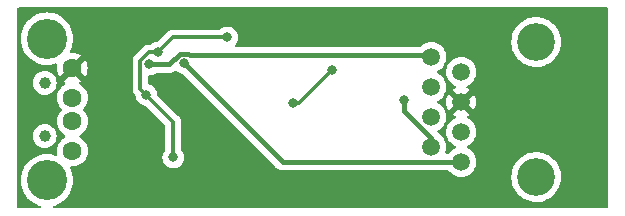
<source format=gbr>
%TF.GenerationSoftware,KiCad,Pcbnew,(6.0.4)*%
%TF.CreationDate,2023-01-25T11:34:55+09:00*%
%TF.ProjectId,naraetracker-usb-convertor,6e617261-6574-4726-9163-6b65722d7573,rev?*%
%TF.SameCoordinates,Original*%
%TF.FileFunction,Copper,L2,Bot*%
%TF.FilePolarity,Positive*%
%FSLAX46Y46*%
G04 Gerber Fmt 4.6, Leading zero omitted, Abs format (unit mm)*
G04 Created by KiCad (PCBNEW (6.0.4)) date 2023-01-25 11:34:55*
%MOMM*%
%LPD*%
G01*
G04 APERTURE LIST*
%TA.AperFunction,ComponentPad*%
%ADD10C,3.200000*%
%TD*%
%TA.AperFunction,ComponentPad*%
%ADD11C,1.520000*%
%TD*%
%TA.AperFunction,ComponentPad*%
%ADD12C,1.000000*%
%TD*%
%TA.AperFunction,ComponentPad*%
%ADD13C,1.600000*%
%TD*%
%TA.AperFunction,ComponentPad*%
%ADD14C,3.400000*%
%TD*%
%TA.AperFunction,ViaPad*%
%ADD15C,0.800000*%
%TD*%
%TA.AperFunction,Conductor*%
%ADD16C,0.300000*%
%TD*%
%TA.AperFunction,Conductor*%
%ADD17C,0.400000*%
%TD*%
G04 APERTURE END LIST*
D10*
%TO.P,RJ1,*%
%TO.N,*%
X146812000Y-94620000D03*
X146812000Y-83190000D03*
D11*
%TO.P,RJ1,1,1*%
%TO.N,/TX*%
X140462000Y-93340000D03*
%TO.P,RJ1,2,2*%
%TO.N,/RST*%
X137922000Y-92070000D03*
%TO.P,RJ1,3,3*%
%TO.N,+3V3*%
X140462000Y-90800000D03*
%TO.P,RJ1,4,4*%
%TO.N,unconnected-(RJ1-Pad4)*%
X137922000Y-89530000D03*
%TO.P,RJ1,5,5*%
%TO.N,GND*%
X140462000Y-88270000D03*
%TO.P,RJ1,6,6*%
%TO.N,unconnected-(RJ1-Pad6)*%
X137922000Y-87000000D03*
%TO.P,RJ1,7,7*%
%TO.N,/IO0*%
X140462000Y-85720000D03*
%TO.P,RJ1,8,8*%
%TO.N,/RX*%
X137922000Y-84460000D03*
%TD*%
D12*
%TO.P,USB1,*%
%TO.N,*%
X105191000Y-91150000D03*
X105191000Y-86650000D03*
D13*
%TO.P,USB1,1,VCC*%
%TO.N,VBUS*%
X107541000Y-92400000D03*
%TO.P,USB1,2,D-*%
%TO.N,/DM*%
X107541000Y-89900000D03*
%TO.P,USB1,3,D+*%
%TO.N,/DP*%
X107541000Y-87900000D03*
%TO.P,USB1,4,GND*%
%TO.N,GND*%
X107521000Y-85400000D03*
D14*
%TO.P,USB1,MH1,MH1*%
%TO.N,unconnected-(USB1-PadMH1)*%
X105381000Y-94900000D03*
%TO.P,USB1,MH2,MH2*%
%TO.N,unconnected-(USB1-PadMH2)*%
X105381000Y-82900000D03*
%TD*%
D15*
%TO.N,GND*%
X117348000Y-90678000D03*
X116078000Y-87376000D03*
X121412000Y-80772000D03*
X108204000Y-83058000D03*
%TO.N,+3V3*%
X116078000Y-92964000D03*
X120650000Y-82804000D03*
X114808000Y-84074000D03*
X113792000Y-87657020D03*
%TO.N,Net-(Q1-Pad2)*%
X126238000Y-88392000D03*
X129540000Y-85598000D03*
%TO.N,/RST*%
X135636000Y-88138000D03*
%TO.N,/TX*%
X116965000Y-84965000D03*
%TO.N,/RX*%
X114046000Y-85090000D03*
%TD*%
D16*
%TO.N,+3V3*%
X114002030Y-84074000D02*
X114808000Y-84074000D01*
X114808000Y-84074000D02*
X116078000Y-82804000D01*
X113792000Y-87657020D02*
X116078000Y-89943020D01*
X116078000Y-89943020D02*
X116078000Y-92964000D01*
X113792000Y-87657020D02*
X113296489Y-87161509D01*
X113296489Y-87161509D02*
X113296489Y-84779541D01*
X113296489Y-84779541D02*
X114002030Y-84074000D01*
X116078000Y-82804000D02*
X120650000Y-82804000D01*
%TO.N,Net-(Q1-Pad2)*%
X129540000Y-85598000D02*
X126746000Y-88392000D01*
X126746000Y-88392000D02*
X126238000Y-88392000D01*
D17*
%TO.N,/RST*%
X135636000Y-89022000D02*
X137922000Y-91308000D01*
X135636000Y-88138000D02*
X135636000Y-89022000D01*
%TO.N,/TX*%
X116965000Y-84965000D02*
X125340000Y-93340000D01*
X125340000Y-93340000D02*
X140462000Y-93340000D01*
%TO.N,/RX*%
X114046000Y-85090000D02*
X115709320Y-85090000D01*
X117458680Y-84328000D02*
X137790000Y-84328000D01*
X137790000Y-84328000D02*
X137922000Y-84460000D01*
X116633831Y-84165489D02*
X117296169Y-84165489D01*
X115709320Y-85090000D02*
X116633831Y-84165489D01*
X117296169Y-84165489D02*
X117458680Y-84328000D01*
%TD*%
%TA.AperFunction,Conductor*%
%TO.N,GND*%
G36*
X152849621Y-80284502D02*
G01*
X152896114Y-80338158D01*
X152907500Y-80390500D01*
X152907500Y-97155500D01*
X152887498Y-97223621D01*
X152833842Y-97270114D01*
X152781500Y-97281500D01*
X105999155Y-97281500D01*
X105931034Y-97261498D01*
X105884541Y-97207842D01*
X105874437Y-97137568D01*
X105903931Y-97072988D01*
X105958654Y-97036187D01*
X106224066Y-96946092D01*
X106224076Y-96946088D01*
X106227970Y-96944766D01*
X106231665Y-96942944D01*
X106483916Y-96818548D01*
X106483921Y-96818545D01*
X106487620Y-96816721D01*
X106728335Y-96655881D01*
X106731429Y-96653168D01*
X106731435Y-96653163D01*
X106942907Y-96467705D01*
X106945996Y-96464996D01*
X107033406Y-96365325D01*
X107134164Y-96250434D01*
X107134169Y-96250427D01*
X107136881Y-96247335D01*
X107297721Y-96006619D01*
X107425766Y-95746970D01*
X107427090Y-95743070D01*
X107517498Y-95476738D01*
X107517499Y-95476734D01*
X107518825Y-95472828D01*
X107524795Y-95442817D01*
X107574500Y-95192929D01*
X107574500Y-95192926D01*
X107575304Y-95188886D01*
X107594239Y-94900000D01*
X107578949Y-94666726D01*
X107575574Y-94615229D01*
X107575573Y-94615225D01*
X107575304Y-94611114D01*
X107573521Y-94602149D01*
X107519631Y-94331222D01*
X107519629Y-94331216D01*
X107518825Y-94327172D01*
X107514875Y-94315534D01*
X107427090Y-94056930D01*
X107427089Y-94056928D01*
X107425766Y-94053030D01*
X107344584Y-93888409D01*
X107332394Y-93818468D01*
X107359953Y-93753039D01*
X107418511Y-93712895D01*
X107468572Y-93707162D01*
X107535514Y-93713019D01*
X107535525Y-93713019D01*
X107541000Y-93713498D01*
X107769087Y-93693543D01*
X107774400Y-93692119D01*
X107774402Y-93692119D01*
X107984933Y-93635707D01*
X107984935Y-93635706D01*
X107990243Y-93634284D01*
X107995225Y-93631961D01*
X108192762Y-93539849D01*
X108192767Y-93539846D01*
X108197749Y-93537523D01*
X108302611Y-93464098D01*
X108380789Y-93409357D01*
X108380792Y-93409355D01*
X108385300Y-93406198D01*
X108547198Y-93244300D01*
X108678523Y-93056749D01*
X108680846Y-93051767D01*
X108680849Y-93051762D01*
X108772961Y-92854225D01*
X108772961Y-92854224D01*
X108775284Y-92849243D01*
X108797109Y-92767794D01*
X108833119Y-92633402D01*
X108833119Y-92633400D01*
X108834543Y-92628087D01*
X108854498Y-92400000D01*
X108834543Y-92171913D01*
X108825263Y-92137278D01*
X108776707Y-91956067D01*
X108776706Y-91956065D01*
X108775284Y-91950757D01*
X108744090Y-91883861D01*
X108680849Y-91748238D01*
X108680846Y-91748233D01*
X108678523Y-91743251D01*
X108547198Y-91555700D01*
X108385300Y-91393802D01*
X108380792Y-91390645D01*
X108380789Y-91390643D01*
X108202253Y-91265631D01*
X108197749Y-91262477D01*
X108192767Y-91260154D01*
X108190973Y-91259118D01*
X108141981Y-91207734D01*
X108128546Y-91138021D01*
X108154934Y-91072110D01*
X108190973Y-91040882D01*
X108192767Y-91039846D01*
X108197749Y-91037523D01*
X108330321Y-90944695D01*
X108380789Y-90909357D01*
X108380792Y-90909355D01*
X108385300Y-90906198D01*
X108547198Y-90744300D01*
X108678523Y-90556749D01*
X108680846Y-90551767D01*
X108680849Y-90551762D01*
X108772961Y-90354225D01*
X108772961Y-90354224D01*
X108775284Y-90349243D01*
X108786620Y-90306939D01*
X108833119Y-90133402D01*
X108833119Y-90133400D01*
X108834543Y-90128087D01*
X108854498Y-89900000D01*
X108834543Y-89671913D01*
X108823481Y-89630630D01*
X108776707Y-89456067D01*
X108776706Y-89456065D01*
X108775284Y-89450757D01*
X108747572Y-89391328D01*
X108680849Y-89248238D01*
X108680846Y-89248233D01*
X108678523Y-89243251D01*
X108570871Y-89089508D01*
X108550357Y-89060211D01*
X108550355Y-89060208D01*
X108547198Y-89055700D01*
X108480593Y-88989095D01*
X108446567Y-88926783D01*
X108451632Y-88855968D01*
X108480593Y-88810905D01*
X108547198Y-88744300D01*
X108554179Y-88734331D01*
X108646540Y-88602425D01*
X108678523Y-88556749D01*
X108680846Y-88551767D01*
X108680849Y-88551762D01*
X108772961Y-88354225D01*
X108772961Y-88354224D01*
X108775284Y-88349243D01*
X108779380Y-88333959D01*
X108833119Y-88133402D01*
X108833119Y-88133400D01*
X108834543Y-88128087D01*
X108854498Y-87900000D01*
X108834543Y-87671913D01*
X108825922Y-87639740D01*
X108776707Y-87456067D01*
X108776706Y-87456065D01*
X108775284Y-87450757D01*
X108771931Y-87443567D01*
X108680849Y-87248238D01*
X108680846Y-87248233D01*
X108678523Y-87243251D01*
X108605098Y-87138389D01*
X108550357Y-87060211D01*
X108550355Y-87060208D01*
X108547198Y-87055700D01*
X108385300Y-86893802D01*
X108380792Y-86890645D01*
X108380789Y-86890643D01*
X108298372Y-86832934D01*
X108197749Y-86762477D01*
X108189426Y-86758596D01*
X108188203Y-86757520D01*
X108187998Y-86757401D01*
X108188022Y-86757360D01*
X108136139Y-86711681D01*
X108116675Y-86643405D01*
X108137214Y-86575444D01*
X108177602Y-86537237D01*
X108177498Y-86537088D01*
X108178506Y-86536382D01*
X108179671Y-86535280D01*
X108182002Y-86533934D01*
X108234048Y-86497491D01*
X108242424Y-86487012D01*
X108235356Y-86473566D01*
X107533812Y-85772022D01*
X107519868Y-85764408D01*
X107518035Y-85764539D01*
X107511420Y-85768790D01*
X106805923Y-86474287D01*
X106799493Y-86486062D01*
X106808789Y-86498077D01*
X106859994Y-86533931D01*
X106869487Y-86539412D01*
X106872555Y-86540843D01*
X106873679Y-86541832D01*
X106874253Y-86542164D01*
X106874186Y-86542279D01*
X106925839Y-86587762D01*
X106945298Y-86656039D01*
X106924755Y-86723999D01*
X106884181Y-86762378D01*
X106884251Y-86762477D01*
X106883693Y-86762868D01*
X106879742Y-86765634D01*
X106879739Y-86765636D01*
X106701211Y-86890643D01*
X106701208Y-86890645D01*
X106696700Y-86893802D01*
X106534802Y-87055700D01*
X106531645Y-87060208D01*
X106531643Y-87060211D01*
X106476902Y-87138389D01*
X106403477Y-87243251D01*
X106401154Y-87248233D01*
X106401151Y-87248238D01*
X106310069Y-87443567D01*
X106306716Y-87450757D01*
X106305294Y-87456065D01*
X106305293Y-87456067D01*
X106256078Y-87639740D01*
X106247457Y-87671913D01*
X106227502Y-87900000D01*
X106247457Y-88128087D01*
X106248881Y-88133400D01*
X106248881Y-88133402D01*
X106302621Y-88333959D01*
X106306716Y-88349243D01*
X106309039Y-88354224D01*
X106309039Y-88354225D01*
X106401151Y-88551762D01*
X106401154Y-88551767D01*
X106403477Y-88556749D01*
X106435460Y-88602425D01*
X106527822Y-88734331D01*
X106534802Y-88744300D01*
X106601407Y-88810905D01*
X106635433Y-88873217D01*
X106630368Y-88944032D01*
X106601407Y-88989095D01*
X106534802Y-89055700D01*
X106531645Y-89060208D01*
X106531643Y-89060211D01*
X106511129Y-89089508D01*
X106403477Y-89243251D01*
X106401154Y-89248233D01*
X106401151Y-89248238D01*
X106334428Y-89391328D01*
X106306716Y-89450757D01*
X106305294Y-89456065D01*
X106305293Y-89456067D01*
X106258519Y-89630630D01*
X106247457Y-89671913D01*
X106227502Y-89900000D01*
X106247457Y-90128087D01*
X106248881Y-90133400D01*
X106248881Y-90133402D01*
X106295381Y-90306939D01*
X106306716Y-90349243D01*
X106309039Y-90354224D01*
X106309039Y-90354225D01*
X106401151Y-90551762D01*
X106401154Y-90551767D01*
X106403477Y-90556749D01*
X106534802Y-90744300D01*
X106696700Y-90906198D01*
X106701208Y-90909355D01*
X106701211Y-90909357D01*
X106751679Y-90944695D01*
X106884251Y-91037523D01*
X106889233Y-91039846D01*
X106891027Y-91040882D01*
X106940019Y-91092266D01*
X106953454Y-91161979D01*
X106927066Y-91227890D01*
X106891027Y-91259118D01*
X106889233Y-91260154D01*
X106884251Y-91262477D01*
X106879747Y-91265631D01*
X106701211Y-91390643D01*
X106701208Y-91390645D01*
X106696700Y-91393802D01*
X106534802Y-91555700D01*
X106403477Y-91743251D01*
X106401154Y-91748233D01*
X106401151Y-91748238D01*
X106337910Y-91883861D01*
X106306716Y-91950757D01*
X106305294Y-91956065D01*
X106305293Y-91956067D01*
X106256737Y-92137278D01*
X106247457Y-92171913D01*
X106227502Y-92400000D01*
X106247457Y-92628087D01*
X106248881Y-92633400D01*
X106248881Y-92633402D01*
X106255349Y-92657541D01*
X106253659Y-92728518D01*
X106213864Y-92787314D01*
X106148600Y-92815261D01*
X106093141Y-92809465D01*
X105957743Y-92763504D01*
X105953828Y-92762175D01*
X105949784Y-92761371D01*
X105949778Y-92761369D01*
X105673929Y-92706500D01*
X105673926Y-92706500D01*
X105669886Y-92705696D01*
X105665775Y-92705427D01*
X105665771Y-92705426D01*
X105385119Y-92687031D01*
X105381000Y-92686761D01*
X105376881Y-92687031D01*
X105096229Y-92705426D01*
X105096225Y-92705427D01*
X105092114Y-92705696D01*
X105088074Y-92706500D01*
X105088071Y-92706500D01*
X104812222Y-92761369D01*
X104812216Y-92761371D01*
X104808172Y-92762175D01*
X104804266Y-92763501D01*
X104804262Y-92763502D01*
X104537930Y-92853910D01*
X104534030Y-92855234D01*
X104530337Y-92857055D01*
X104530335Y-92857056D01*
X104423381Y-92909800D01*
X104274381Y-92983279D01*
X104033665Y-93144119D01*
X104030573Y-93146831D01*
X104030566Y-93146836D01*
X103867347Y-93289977D01*
X103816004Y-93335004D01*
X103813295Y-93338093D01*
X103627836Y-93549566D01*
X103627831Y-93549573D01*
X103625119Y-93552665D01*
X103464279Y-93793381D01*
X103449394Y-93823565D01*
X103342847Y-94039621D01*
X103336234Y-94053030D01*
X103334911Y-94056928D01*
X103334910Y-94056930D01*
X103247126Y-94315534D01*
X103243175Y-94327172D01*
X103242371Y-94331216D01*
X103242369Y-94331222D01*
X103188479Y-94602149D01*
X103186696Y-94611114D01*
X103186427Y-94615225D01*
X103186426Y-94615229D01*
X103183051Y-94666726D01*
X103167761Y-94900000D01*
X103186696Y-95188886D01*
X103187500Y-95192926D01*
X103187500Y-95192929D01*
X103237206Y-95442817D01*
X103243175Y-95472828D01*
X103244501Y-95476734D01*
X103244502Y-95476738D01*
X103334910Y-95743070D01*
X103336234Y-95746970D01*
X103464279Y-96006619D01*
X103625119Y-96247335D01*
X103627831Y-96250427D01*
X103627836Y-96250434D01*
X103728594Y-96365325D01*
X103816004Y-96464996D01*
X103819093Y-96467705D01*
X104030565Y-96653163D01*
X104030571Y-96653168D01*
X104033665Y-96655881D01*
X104274380Y-96816721D01*
X104278079Y-96818545D01*
X104278084Y-96818548D01*
X104530335Y-96942944D01*
X104534030Y-96944766D01*
X104537924Y-96946088D01*
X104537934Y-96946092D01*
X104803346Y-97036187D01*
X104861423Y-97077024D01*
X104888201Y-97142777D01*
X104875180Y-97212569D01*
X104826493Y-97264242D01*
X104762845Y-97281500D01*
X102996500Y-97281500D01*
X102928379Y-97261498D01*
X102881886Y-97207842D01*
X102870500Y-97155500D01*
X102870500Y-91135851D01*
X104177719Y-91135851D01*
X104178235Y-91141995D01*
X104188617Y-91265631D01*
X104194268Y-91332934D01*
X104204436Y-91368393D01*
X104224486Y-91438315D01*
X104248783Y-91523050D01*
X104339187Y-91698956D01*
X104462035Y-91853953D01*
X104466728Y-91857947D01*
X104466729Y-91857948D01*
X104575780Y-91950757D01*
X104612650Y-91982136D01*
X104785294Y-92078624D01*
X104973392Y-92139740D01*
X105169777Y-92163158D01*
X105175912Y-92162686D01*
X105175914Y-92162686D01*
X105360830Y-92148457D01*
X105360834Y-92148456D01*
X105366972Y-92147984D01*
X105557463Y-92094798D01*
X105562967Y-92092018D01*
X105562969Y-92092017D01*
X105728495Y-92008404D01*
X105728497Y-92008403D01*
X105733996Y-92005625D01*
X105889847Y-91883861D01*
X105986798Y-91771542D01*
X106015049Y-91738813D01*
X106015050Y-91738811D01*
X106019078Y-91734145D01*
X106116769Y-91562179D01*
X106179197Y-91374513D01*
X106203985Y-91178295D01*
X106204380Y-91150000D01*
X106185080Y-90953167D01*
X106182380Y-90944222D01*
X106129697Y-90769731D01*
X106127916Y-90763831D01*
X106035066Y-90589204D01*
X105963570Y-90501542D01*
X105913960Y-90440713D01*
X105913957Y-90440710D01*
X105910065Y-90435938D01*
X105903724Y-90430692D01*
X105762425Y-90313799D01*
X105762421Y-90313797D01*
X105757675Y-90309870D01*
X105583701Y-90215802D01*
X105394768Y-90157318D01*
X105388643Y-90156674D01*
X105388642Y-90156674D01*
X105204204Y-90137289D01*
X105204202Y-90137289D01*
X105198075Y-90136645D01*
X105115576Y-90144153D01*
X105007251Y-90154011D01*
X105007248Y-90154012D01*
X105001112Y-90154570D01*
X104995206Y-90156308D01*
X104995202Y-90156309D01*
X104918529Y-90178875D01*
X104811381Y-90210410D01*
X104805923Y-90213263D01*
X104805919Y-90213265D01*
X104752510Y-90241187D01*
X104636110Y-90302040D01*
X104481975Y-90425968D01*
X104354846Y-90577474D01*
X104351879Y-90582872D01*
X104351875Y-90582877D01*
X104281212Y-90711414D01*
X104259567Y-90750787D01*
X104257706Y-90756654D01*
X104257705Y-90756656D01*
X104209265Y-90909357D01*
X104199765Y-90939306D01*
X104177719Y-91135851D01*
X102870500Y-91135851D01*
X102870500Y-86635851D01*
X104177719Y-86635851D01*
X104178235Y-86641995D01*
X104193413Y-86822749D01*
X104194268Y-86832934D01*
X104204436Y-86868393D01*
X104242174Y-87000000D01*
X104248783Y-87023050D01*
X104251602Y-87028535D01*
X104296126Y-87115168D01*
X104339187Y-87198956D01*
X104462035Y-87353953D01*
X104466728Y-87357947D01*
X104466729Y-87357948D01*
X104585623Y-87459134D01*
X104612650Y-87482136D01*
X104785294Y-87578624D01*
X104973392Y-87639740D01*
X105169777Y-87663158D01*
X105175912Y-87662686D01*
X105175914Y-87662686D01*
X105360830Y-87648457D01*
X105360834Y-87648456D01*
X105366972Y-87647984D01*
X105557463Y-87594798D01*
X105562967Y-87592018D01*
X105562969Y-87592017D01*
X105728495Y-87508404D01*
X105728497Y-87508403D01*
X105733996Y-87505625D01*
X105889847Y-87383861D01*
X105998992Y-87257415D01*
X106015049Y-87238813D01*
X106015050Y-87238811D01*
X106019078Y-87234145D01*
X106116769Y-87062179D01*
X106179197Y-86874513D01*
X106203985Y-86678295D01*
X106204380Y-86650000D01*
X106185080Y-86453167D01*
X106127916Y-86263831D01*
X106035066Y-86089204D01*
X105961089Y-85998500D01*
X105913960Y-85940713D01*
X105913957Y-85940710D01*
X105910065Y-85935938D01*
X105903724Y-85930692D01*
X105762425Y-85813799D01*
X105762421Y-85813797D01*
X105757675Y-85809870D01*
X105583701Y-85715802D01*
X105394768Y-85657318D01*
X105388643Y-85656674D01*
X105388642Y-85656674D01*
X105204204Y-85637289D01*
X105204202Y-85637289D01*
X105198075Y-85636645D01*
X105115576Y-85644153D01*
X105007251Y-85654011D01*
X105007248Y-85654012D01*
X105001112Y-85654570D01*
X104995206Y-85656308D01*
X104995202Y-85656309D01*
X104890076Y-85687249D01*
X104811381Y-85710410D01*
X104805923Y-85713263D01*
X104805919Y-85713265D01*
X104771996Y-85731000D01*
X104636110Y-85802040D01*
X104481975Y-85925968D01*
X104354846Y-86077474D01*
X104351879Y-86082872D01*
X104351875Y-86082877D01*
X104299794Y-86177613D01*
X104259567Y-86250787D01*
X104257706Y-86256654D01*
X104257705Y-86256656D01*
X104252852Y-86271955D01*
X104199765Y-86439306D01*
X104177719Y-86635851D01*
X102870500Y-86635851D01*
X102870500Y-82900000D01*
X103167761Y-82900000D01*
X103168031Y-82904119D01*
X103185039Y-83163598D01*
X103186696Y-83188886D01*
X103187500Y-83192926D01*
X103187500Y-83192929D01*
X103241705Y-83465437D01*
X103243175Y-83472828D01*
X103244501Y-83476734D01*
X103244502Y-83476738D01*
X103298066Y-83634532D01*
X103336234Y-83746970D01*
X103464279Y-84006619D01*
X103625119Y-84247335D01*
X103627831Y-84250427D01*
X103627836Y-84250434D01*
X103755811Y-84396360D01*
X103816004Y-84464996D01*
X103819093Y-84467705D01*
X104030565Y-84653163D01*
X104030571Y-84653168D01*
X104033665Y-84655881D01*
X104274380Y-84816721D01*
X104278079Y-84818545D01*
X104278084Y-84818548D01*
X104520257Y-84937974D01*
X104534030Y-84944766D01*
X104537928Y-84946089D01*
X104537930Y-84946090D01*
X104804262Y-85036498D01*
X104804266Y-85036499D01*
X104808172Y-85037825D01*
X104812216Y-85038629D01*
X104812222Y-85038631D01*
X105088071Y-85093500D01*
X105088074Y-85093500D01*
X105092114Y-85094304D01*
X105096225Y-85094573D01*
X105096229Y-85094574D01*
X105376881Y-85112969D01*
X105381000Y-85113239D01*
X105385119Y-85112969D01*
X105665771Y-85094574D01*
X105665775Y-85094573D01*
X105669886Y-85094304D01*
X105673926Y-85093500D01*
X105673929Y-85093500D01*
X105949778Y-85038631D01*
X105949784Y-85038629D01*
X105953828Y-85037825D01*
X105974767Y-85030717D01*
X106071709Y-84997810D01*
X106142644Y-84994854D01*
X106203916Y-85030717D01*
X106236073Y-85094014D01*
X106233917Y-85149732D01*
X106229376Y-85166681D01*
X106227472Y-85177481D01*
X106208483Y-85394525D01*
X106208483Y-85405475D01*
X106227472Y-85622519D01*
X106229375Y-85633312D01*
X106285764Y-85843761D01*
X106289510Y-85854053D01*
X106381586Y-86051511D01*
X106387069Y-86061006D01*
X106423509Y-86113048D01*
X106433988Y-86121424D01*
X106447434Y-86114356D01*
X107160658Y-85401132D01*
X107885408Y-85401132D01*
X107885539Y-85402965D01*
X107889790Y-85409580D01*
X108595287Y-86115077D01*
X108607062Y-86121507D01*
X108619077Y-86112211D01*
X108654931Y-86061006D01*
X108660414Y-86051511D01*
X108752490Y-85854053D01*
X108756236Y-85843761D01*
X108812625Y-85633312D01*
X108814528Y-85622519D01*
X108833517Y-85405475D01*
X108833517Y-85394525D01*
X108814528Y-85177481D01*
X108812625Y-85166688D01*
X108756236Y-84956239D01*
X108752490Y-84945947D01*
X108665172Y-84758693D01*
X112633083Y-84758693D01*
X112633829Y-84766584D01*
X112637430Y-84804679D01*
X112637989Y-84816537D01*
X112637989Y-87079453D01*
X112637430Y-87091309D01*
X112635701Y-87099046D01*
X112635950Y-87106968D01*
X112637927Y-87169878D01*
X112637989Y-87173836D01*
X112637989Y-87202941D01*
X112638545Y-87207341D01*
X112639477Y-87219173D01*
X112640927Y-87265340D01*
X112643139Y-87272953D01*
X112643139Y-87272954D01*
X112646908Y-87285925D01*
X112650919Y-87305291D01*
X112653607Y-87326573D01*
X112656523Y-87333938D01*
X112656524Y-87333942D01*
X112670615Y-87369530D01*
X112674454Y-87380740D01*
X112687344Y-87425109D01*
X112698264Y-87443574D01*
X112706955Y-87461314D01*
X112714854Y-87481265D01*
X112742005Y-87518635D01*
X112748522Y-87528557D01*
X112767996Y-87561486D01*
X112767999Y-87561490D01*
X112772036Y-87568316D01*
X112787200Y-87583480D01*
X112800040Y-87598513D01*
X112812648Y-87615866D01*
X112818752Y-87620916D01*
X112818758Y-87620922D01*
X112840410Y-87638834D01*
X112880148Y-87697668D01*
X112885404Y-87722747D01*
X112895877Y-87822387D01*
X112898458Y-87846948D01*
X112957473Y-88028576D01*
X113052960Y-88193964D01*
X113057378Y-88198871D01*
X113057379Y-88198872D01*
X113176325Y-88330975D01*
X113180747Y-88335886D01*
X113248945Y-88385435D01*
X113306500Y-88427251D01*
X113335248Y-88448138D01*
X113341276Y-88450822D01*
X113341278Y-88450823D01*
X113503681Y-88523129D01*
X113509712Y-88525814D01*
X113603113Y-88545667D01*
X113690056Y-88564148D01*
X113690061Y-88564148D01*
X113696513Y-88565520D01*
X113717050Y-88565520D01*
X113785171Y-88585522D01*
X113806145Y-88602425D01*
X115382595Y-90178875D01*
X115416621Y-90241187D01*
X115419500Y-90267970D01*
X115419500Y-92289241D01*
X115399498Y-92357362D01*
X115387136Y-92373551D01*
X115358392Y-92405475D01*
X115338960Y-92427056D01*
X115289787Y-92512226D01*
X115263451Y-92557842D01*
X115243473Y-92592444D01*
X115184458Y-92774072D01*
X115164496Y-92964000D01*
X115165186Y-92970565D01*
X115183713Y-93146836D01*
X115184458Y-93153928D01*
X115243473Y-93335556D01*
X115338960Y-93500944D01*
X115466747Y-93642866D01*
X115621248Y-93755118D01*
X115627276Y-93757802D01*
X115627278Y-93757803D01*
X115715519Y-93797090D01*
X115795712Y-93832794D01*
X115889113Y-93852647D01*
X115976056Y-93871128D01*
X115976061Y-93871128D01*
X115982513Y-93872500D01*
X116173487Y-93872500D01*
X116179939Y-93871128D01*
X116179944Y-93871128D01*
X116266887Y-93852647D01*
X116360288Y-93832794D01*
X116440481Y-93797090D01*
X116528722Y-93757803D01*
X116528724Y-93757802D01*
X116534752Y-93755118D01*
X116689253Y-93642866D01*
X116817040Y-93500944D01*
X116912527Y-93335556D01*
X116971542Y-93153928D01*
X116972288Y-93146836D01*
X116990814Y-92970565D01*
X116991504Y-92964000D01*
X116971542Y-92774072D01*
X116912527Y-92592444D01*
X116892550Y-92557842D01*
X116866213Y-92512226D01*
X116817040Y-92427056D01*
X116797609Y-92405475D01*
X116768864Y-92373551D01*
X116738146Y-92309544D01*
X116736500Y-92289241D01*
X116736500Y-90025076D01*
X116737059Y-90013220D01*
X116737059Y-90013217D01*
X116738788Y-90005483D01*
X116736562Y-89934651D01*
X116736500Y-89930693D01*
X116736500Y-89901588D01*
X116735944Y-89897188D01*
X116735012Y-89885350D01*
X116733811Y-89847114D01*
X116733562Y-89839189D01*
X116727580Y-89818599D01*
X116723570Y-89799236D01*
X116721875Y-89785816D01*
X116721875Y-89785815D01*
X116720882Y-89777956D01*
X116717966Y-89770591D01*
X116717965Y-89770587D01*
X116703874Y-89734999D01*
X116700035Y-89723789D01*
X116687145Y-89679420D01*
X116676229Y-89660963D01*
X116667534Y-89643213D01*
X116659635Y-89623264D01*
X116645237Y-89603447D01*
X116632477Y-89585884D01*
X116625960Y-89575963D01*
X116602452Y-89536213D01*
X116587291Y-89521052D01*
X116574449Y-89506017D01*
X116561841Y-89488663D01*
X116526241Y-89459212D01*
X116517462Y-89451223D01*
X114734970Y-87668730D01*
X114700944Y-87606418D01*
X114698755Y-87592806D01*
X114697265Y-87578624D01*
X114685542Y-87467092D01*
X114680672Y-87452102D01*
X114628569Y-87291749D01*
X114626527Y-87285464D01*
X114617141Y-87269206D01*
X114534341Y-87125794D01*
X114531040Y-87120076D01*
X114480762Y-87064236D01*
X114407675Y-86983065D01*
X114407674Y-86983064D01*
X114403253Y-86978154D01*
X114248752Y-86865902D01*
X114242724Y-86863218D01*
X114242722Y-86863217D01*
X114080319Y-86790911D01*
X114080318Y-86790911D01*
X114074288Y-86788226D01*
X114054792Y-86784082D01*
X113992319Y-86750354D01*
X113957997Y-86688204D01*
X113954989Y-86660835D01*
X113954989Y-86124500D01*
X113974991Y-86056379D01*
X114028647Y-86009886D01*
X114080989Y-85998500D01*
X114141487Y-85998500D01*
X114147939Y-85997128D01*
X114147944Y-85997128D01*
X114234888Y-85978647D01*
X114328288Y-85958794D01*
X114334319Y-85956109D01*
X114496722Y-85883803D01*
X114496724Y-85883802D01*
X114502752Y-85881118D01*
X114540004Y-85854053D01*
X114583344Y-85822564D01*
X114650211Y-85798706D01*
X114657405Y-85798500D01*
X115680408Y-85798500D01*
X115688978Y-85798792D01*
X115739096Y-85802209D01*
X115739100Y-85802209D01*
X115746672Y-85802725D01*
X115754149Y-85801420D01*
X115754150Y-85801420D01*
X115795484Y-85794206D01*
X115809623Y-85791738D01*
X115816141Y-85790777D01*
X115879562Y-85783102D01*
X115886663Y-85780419D01*
X115889272Y-85779778D01*
X115905582Y-85775315D01*
X115908118Y-85774550D01*
X115915604Y-85773243D01*
X115974120Y-85747556D01*
X115980224Y-85745065D01*
X116032868Y-85725173D01*
X116032869Y-85725172D01*
X116039976Y-85722487D01*
X116046239Y-85718183D01*
X116048605Y-85716946D01*
X116063417Y-85708701D01*
X116065671Y-85707368D01*
X116072625Y-85704315D01*
X116123322Y-85665413D01*
X116128652Y-85661541D01*
X116181302Y-85625357D01*
X116182242Y-85626725D01*
X116238330Y-85600528D01*
X116308688Y-85610029D01*
X116343619Y-85635434D01*
X116344423Y-85634541D01*
X116349325Y-85638954D01*
X116353747Y-85643866D01*
X116508248Y-85756118D01*
X116514276Y-85758802D01*
X116514278Y-85758803D01*
X116676681Y-85831109D01*
X116682712Y-85833794D01*
X116778023Y-85854053D01*
X116835569Y-85866285D01*
X116898467Y-85900437D01*
X124818550Y-93820520D01*
X124824404Y-93826785D01*
X124862439Y-93870385D01*
X124868657Y-93874755D01*
X124914697Y-93907112D01*
X124919993Y-93911045D01*
X124970282Y-93950477D01*
X124977204Y-93953602D01*
X124979452Y-93954964D01*
X124994185Y-93963368D01*
X124996524Y-93964622D01*
X125002739Y-93968990D01*
X125009815Y-93971749D01*
X125009819Y-93971751D01*
X125062274Y-93992202D01*
X125068352Y-93994757D01*
X125126574Y-94021045D01*
X125134045Y-94022429D01*
X125136599Y-94023230D01*
X125152878Y-94027867D01*
X125155433Y-94028523D01*
X125162509Y-94031282D01*
X125187447Y-94034565D01*
X125225851Y-94039621D01*
X125232367Y-94040653D01*
X125279249Y-94049342D01*
X125295187Y-94052296D01*
X125302767Y-94051859D01*
X125302768Y-94051859D01*
X125357398Y-94048709D01*
X125364651Y-94048500D01*
X139343954Y-94048500D01*
X139412075Y-94068502D01*
X139447167Y-94102230D01*
X139483398Y-94153974D01*
X139483402Y-94153979D01*
X139486561Y-94158490D01*
X139643510Y-94315439D01*
X139648018Y-94318596D01*
X139648021Y-94318598D01*
X139723687Y-94371580D01*
X139825327Y-94442749D01*
X139830309Y-94445072D01*
X139830314Y-94445075D01*
X140021508Y-94534230D01*
X140026490Y-94536553D01*
X140031798Y-94537975D01*
X140031800Y-94537976D01*
X140235571Y-94592576D01*
X140235573Y-94592576D01*
X140240886Y-94594000D01*
X140462000Y-94613345D01*
X140638891Y-94597869D01*
X144698689Y-94597869D01*
X144715238Y-94884883D01*
X144716063Y-94889088D01*
X144716064Y-94889096D01*
X144748010Y-95051921D01*
X144770586Y-95166995D01*
X144771973Y-95171045D01*
X144771974Y-95171050D01*
X144862321Y-95434930D01*
X144863710Y-95438986D01*
X144992885Y-95695822D01*
X145155721Y-95932750D01*
X145349206Y-96145388D01*
X145352501Y-96148143D01*
X145352502Y-96148144D01*
X145403258Y-96190582D01*
X145569759Y-96329798D01*
X145813298Y-96482571D01*
X146075318Y-96600877D01*
X146079437Y-96602097D01*
X146346857Y-96681311D01*
X146346862Y-96681312D01*
X146350970Y-96682529D01*
X146355204Y-96683177D01*
X146355209Y-96683178D01*
X146603811Y-96721219D01*
X146635153Y-96726015D01*
X146781485Y-96728314D01*
X146918317Y-96730464D01*
X146918323Y-96730464D01*
X146922608Y-96730531D01*
X146926860Y-96730016D01*
X146926868Y-96730016D01*
X147203756Y-96696508D01*
X147203761Y-96696507D01*
X147208017Y-96695992D01*
X147486097Y-96623039D01*
X147751704Y-96513021D01*
X147999922Y-96367974D01*
X148226159Y-96190582D01*
X148267285Y-96148144D01*
X148423244Y-95987206D01*
X148426227Y-95984128D01*
X148428760Y-95980680D01*
X148428764Y-95980675D01*
X148593887Y-95755886D01*
X148596425Y-95752431D01*
X148733604Y-95499779D01*
X148835225Y-95230848D01*
X148899407Y-94950613D01*
X148903557Y-94904119D01*
X148924743Y-94666726D01*
X148924743Y-94666724D01*
X148924963Y-94664260D01*
X148925427Y-94620000D01*
X148923687Y-94594479D01*
X148906165Y-94337452D01*
X148906164Y-94337446D01*
X148905873Y-94333175D01*
X148901336Y-94311264D01*
X148869698Y-94158490D01*
X148847574Y-94051658D01*
X148751607Y-93780657D01*
X148676793Y-93635707D01*
X148621715Y-93528995D01*
X148621715Y-93528994D01*
X148619750Y-93525188D01*
X148606488Y-93506317D01*
X148533384Y-93402301D01*
X148454441Y-93289977D01*
X148318901Y-93144119D01*
X148261661Y-93082521D01*
X148261658Y-93082519D01*
X148258740Y-93079378D01*
X148036268Y-92897287D01*
X147791142Y-92747073D01*
X147773048Y-92739130D01*
X147531830Y-92633243D01*
X147527898Y-92631517D01*
X147501963Y-92624129D01*
X147339218Y-92577770D01*
X147251406Y-92552756D01*
X147031856Y-92521510D01*
X146971036Y-92512854D01*
X146971034Y-92512854D01*
X146966784Y-92512249D01*
X146962495Y-92512227D01*
X146962488Y-92512226D01*
X146683583Y-92510765D01*
X146683576Y-92510765D01*
X146679297Y-92510743D01*
X146675053Y-92511302D01*
X146675049Y-92511302D01*
X146597513Y-92521510D01*
X146394266Y-92548268D01*
X146390126Y-92549401D01*
X146390124Y-92549401D01*
X146359269Y-92557842D01*
X146116964Y-92624129D01*
X146113016Y-92625813D01*
X145856476Y-92735237D01*
X145856472Y-92735239D01*
X145852524Y-92736923D01*
X145790453Y-92774072D01*
X145609521Y-92882357D01*
X145609517Y-92882360D01*
X145605839Y-92884561D01*
X145381472Y-93064313D01*
X145334728Y-93113571D01*
X145214952Y-93239789D01*
X145183577Y-93272851D01*
X145015814Y-93506317D01*
X144881288Y-93760392D01*
X144860035Y-93818468D01*
X144785903Y-94021045D01*
X144782489Y-94030373D01*
X144721245Y-94311264D01*
X144720909Y-94315534D01*
X144699106Y-94592576D01*
X144698689Y-94597869D01*
X140638891Y-94597869D01*
X140683114Y-94594000D01*
X140688427Y-94592576D01*
X140688429Y-94592576D01*
X140892200Y-94537976D01*
X140892202Y-94537975D01*
X140897510Y-94536553D01*
X140902492Y-94534230D01*
X141093686Y-94445075D01*
X141093691Y-94445072D01*
X141098673Y-94442749D01*
X141200313Y-94371580D01*
X141275979Y-94318598D01*
X141275982Y-94318596D01*
X141280490Y-94315439D01*
X141437439Y-94158490D01*
X141440602Y-94153974D01*
X141561592Y-93981181D01*
X141561593Y-93981179D01*
X141564749Y-93976672D01*
X141567072Y-93971690D01*
X141567075Y-93971685D01*
X141656230Y-93780492D01*
X141656231Y-93780490D01*
X141658553Y-93775510D01*
X141675298Y-93713019D01*
X141714576Y-93566429D01*
X141714576Y-93566427D01*
X141716000Y-93561114D01*
X141735345Y-93340000D01*
X141716000Y-93118886D01*
X141700660Y-93061636D01*
X141659976Y-92909800D01*
X141659975Y-92909798D01*
X141658553Y-92904490D01*
X141636434Y-92857056D01*
X141567075Y-92708315D01*
X141567072Y-92708310D01*
X141564749Y-92703328D01*
X141532689Y-92657541D01*
X141440598Y-92526021D01*
X141440596Y-92526018D01*
X141437439Y-92521510D01*
X141280490Y-92364561D01*
X141275982Y-92361404D01*
X141275979Y-92361402D01*
X141167771Y-92285634D01*
X141098673Y-92237251D01*
X141093691Y-92234928D01*
X141093686Y-92234925D01*
X140984894Y-92184195D01*
X140931609Y-92137278D01*
X140912148Y-92069000D01*
X140932690Y-92001041D01*
X140984894Y-91955805D01*
X141093686Y-91905075D01*
X141093691Y-91905072D01*
X141098673Y-91902749D01*
X141200313Y-91831580D01*
X141275979Y-91778598D01*
X141275982Y-91778596D01*
X141280490Y-91775439D01*
X141437439Y-91618490D01*
X141476869Y-91562179D01*
X141561592Y-91441181D01*
X141561593Y-91441179D01*
X141564749Y-91436672D01*
X141567072Y-91431690D01*
X141567075Y-91431685D01*
X141656230Y-91240492D01*
X141656231Y-91240490D01*
X141658553Y-91235510D01*
X141678256Y-91161979D01*
X141714576Y-91026429D01*
X141714576Y-91026427D01*
X141716000Y-91021114D01*
X141735345Y-90800000D01*
X141716000Y-90578886D01*
X141711276Y-90561257D01*
X141659976Y-90369800D01*
X141659975Y-90369798D01*
X141658553Y-90364490D01*
X141633083Y-90309870D01*
X141567075Y-90168315D01*
X141567072Y-90168310D01*
X141564749Y-90163328D01*
X141558225Y-90154011D01*
X141440598Y-89986021D01*
X141440596Y-89986018D01*
X141437439Y-89981510D01*
X141280490Y-89824561D01*
X141275982Y-89821404D01*
X141275979Y-89821402D01*
X141167771Y-89745634D01*
X141098673Y-89697251D01*
X141093685Y-89694925D01*
X140995026Y-89648919D01*
X140941741Y-89602001D01*
X140922280Y-89533724D01*
X140942822Y-89465764D01*
X140995026Y-89420529D01*
X141093435Y-89374641D01*
X141102931Y-89369158D01*
X141146329Y-89338770D01*
X141154704Y-89328293D01*
X141147635Y-89314845D01*
X140474812Y-88642022D01*
X140460868Y-88634408D01*
X140459035Y-88634539D01*
X140452420Y-88638790D01*
X139775643Y-89315567D01*
X139769213Y-89327342D01*
X139778509Y-89339357D01*
X139821069Y-89369158D01*
X139830566Y-89374641D01*
X139928974Y-89420530D01*
X139982259Y-89467448D01*
X140001720Y-89535725D01*
X139981178Y-89603685D01*
X139928975Y-89648919D01*
X139921451Y-89652428D01*
X139830315Y-89694925D01*
X139830310Y-89694928D01*
X139825328Y-89697251D01*
X139820821Y-89700407D01*
X139820819Y-89700408D01*
X139648021Y-89821402D01*
X139648018Y-89821404D01*
X139643510Y-89824561D01*
X139486561Y-89981510D01*
X139483404Y-89986018D01*
X139483402Y-89986021D01*
X139365775Y-90154011D01*
X139359251Y-90163328D01*
X139356928Y-90168310D01*
X139356925Y-90168315D01*
X139290917Y-90309870D01*
X139265447Y-90364490D01*
X139264025Y-90369798D01*
X139264024Y-90369800D01*
X139212724Y-90561257D01*
X139208000Y-90578886D01*
X139188655Y-90800000D01*
X139208000Y-91021114D01*
X139209424Y-91026427D01*
X139209424Y-91026429D01*
X139245745Y-91161979D01*
X139265447Y-91235510D01*
X139267769Y-91240490D01*
X139267770Y-91240492D01*
X139356925Y-91431685D01*
X139356928Y-91431690D01*
X139359251Y-91436672D01*
X139362407Y-91441179D01*
X139362408Y-91441181D01*
X139447132Y-91562179D01*
X139486561Y-91618490D01*
X139643510Y-91775439D01*
X139648018Y-91778596D01*
X139648021Y-91778598D01*
X139723687Y-91831580D01*
X139825327Y-91902749D01*
X139830309Y-91905072D01*
X139830314Y-91905075D01*
X139939106Y-91955805D01*
X139992391Y-92002722D01*
X140011852Y-92071000D01*
X139991310Y-92138959D01*
X139939106Y-92184195D01*
X139830315Y-92234925D01*
X139830310Y-92234928D01*
X139825328Y-92237251D01*
X139820821Y-92240407D01*
X139820819Y-92240408D01*
X139648021Y-92361402D01*
X139648018Y-92361404D01*
X139643510Y-92364561D01*
X139486561Y-92521510D01*
X139483403Y-92526020D01*
X139483398Y-92526026D01*
X139447167Y-92577770D01*
X139391711Y-92622099D01*
X139343954Y-92631500D01*
X139249001Y-92631500D01*
X139180880Y-92611498D01*
X139134387Y-92557842D01*
X139124283Y-92487568D01*
X139127294Y-92472889D01*
X139174576Y-92296429D01*
X139174576Y-92296427D01*
X139176000Y-92291114D01*
X139195345Y-92070000D01*
X139176000Y-91848886D01*
X139174576Y-91843571D01*
X139119976Y-91639800D01*
X139119975Y-91639798D01*
X139118553Y-91634490D01*
X139108989Y-91613979D01*
X139027075Y-91438315D01*
X139027072Y-91438310D01*
X139024749Y-91433328D01*
X139021592Y-91428819D01*
X138900598Y-91256021D01*
X138900596Y-91256018D01*
X138897439Y-91251510D01*
X138740490Y-91094561D01*
X138735982Y-91091404D01*
X138735979Y-91091402D01*
X138563643Y-90970731D01*
X138535952Y-90944222D01*
X138461491Y-90847183D01*
X138435890Y-90780963D01*
X138450155Y-90711414D01*
X138499756Y-90660618D01*
X138508202Y-90656285D01*
X138553681Y-90635078D01*
X138553692Y-90635072D01*
X138558673Y-90632749D01*
X138674334Y-90551762D01*
X138735979Y-90508598D01*
X138735982Y-90508596D01*
X138740490Y-90505439D01*
X138897439Y-90348490D01*
X138926534Y-90306939D01*
X139021592Y-90171181D01*
X139021593Y-90171179D01*
X139024749Y-90166672D01*
X139027072Y-90161690D01*
X139027075Y-90161685D01*
X139116230Y-89970492D01*
X139116231Y-89970490D01*
X139118553Y-89965510D01*
X139152401Y-89839189D01*
X139174576Y-89756429D01*
X139174576Y-89756427D01*
X139176000Y-89751114D01*
X139195345Y-89530000D01*
X139176000Y-89308886D01*
X139173753Y-89300500D01*
X139119976Y-89099800D01*
X139119975Y-89099798D01*
X139118553Y-89094490D01*
X139105247Y-89065955D01*
X139027075Y-88898315D01*
X139027072Y-88898310D01*
X139024749Y-88893328D01*
X139021332Y-88888448D01*
X138900598Y-88716021D01*
X138900596Y-88716018D01*
X138897439Y-88711510D01*
X138740490Y-88554561D01*
X138735982Y-88551404D01*
X138735979Y-88551402D01*
X138592337Y-88450823D01*
X138558673Y-88427251D01*
X138553691Y-88424928D01*
X138553686Y-88424925D01*
X138455617Y-88379195D01*
X138402332Y-88332278D01*
X138386142Y-88275475D01*
X139189635Y-88275475D01*
X139208014Y-88485547D01*
X139209917Y-88496340D01*
X139264495Y-88700028D01*
X139268241Y-88710320D01*
X139357359Y-88901435D01*
X139362842Y-88910931D01*
X139393230Y-88954329D01*
X139403707Y-88962704D01*
X139417155Y-88955635D01*
X140089978Y-88282812D01*
X140096356Y-88271132D01*
X140826408Y-88271132D01*
X140826539Y-88272965D01*
X140830790Y-88279580D01*
X141507567Y-88956357D01*
X141519342Y-88962787D01*
X141531357Y-88953491D01*
X141561158Y-88910931D01*
X141566641Y-88901435D01*
X141655759Y-88710320D01*
X141659505Y-88700028D01*
X141714083Y-88496340D01*
X141715986Y-88485547D01*
X141734365Y-88275475D01*
X141734365Y-88264525D01*
X141715986Y-88054453D01*
X141714083Y-88043660D01*
X141659505Y-87839972D01*
X141655759Y-87829680D01*
X141566641Y-87638565D01*
X141561158Y-87629069D01*
X141530770Y-87585671D01*
X141520293Y-87577296D01*
X141506845Y-87584365D01*
X140834022Y-88257188D01*
X140826408Y-88271132D01*
X140096356Y-88271132D01*
X140097592Y-88268868D01*
X140097461Y-88267035D01*
X140093210Y-88260420D01*
X139416433Y-87583643D01*
X139404658Y-87577213D01*
X139392643Y-87586509D01*
X139362842Y-87629069D01*
X139357359Y-87638565D01*
X139268241Y-87829680D01*
X139264495Y-87839972D01*
X139209917Y-88043660D01*
X139208014Y-88054453D01*
X139189635Y-88264525D01*
X139189635Y-88275475D01*
X138386142Y-88275475D01*
X138382871Y-88264000D01*
X138403413Y-88196040D01*
X138455617Y-88150805D01*
X138553686Y-88105075D01*
X138553691Y-88105072D01*
X138558673Y-88102749D01*
X138664603Y-88028576D01*
X138735979Y-87978598D01*
X138735982Y-87978596D01*
X138740490Y-87975439D01*
X138897439Y-87818490D01*
X138937890Y-87760721D01*
X139021592Y-87641181D01*
X139021593Y-87641179D01*
X139024749Y-87636672D01*
X139027072Y-87631690D01*
X139027075Y-87631685D01*
X139116230Y-87440492D01*
X139116231Y-87440490D01*
X139118553Y-87435510D01*
X139147743Y-87326573D01*
X139174576Y-87226429D01*
X139174576Y-87226427D01*
X139176000Y-87221114D01*
X139195345Y-87000000D01*
X139176000Y-86778886D01*
X139172054Y-86764159D01*
X139119976Y-86569800D01*
X139119975Y-86569798D01*
X139118553Y-86564490D01*
X139108142Y-86542164D01*
X139027075Y-86368315D01*
X139027072Y-86368310D01*
X139024749Y-86363328D01*
X139021592Y-86358819D01*
X138900598Y-86186021D01*
X138900596Y-86186018D01*
X138897439Y-86181510D01*
X138740490Y-86024561D01*
X138735982Y-86021404D01*
X138735979Y-86021402D01*
X138628906Y-85946429D01*
X138558673Y-85897251D01*
X138553691Y-85894928D01*
X138553686Y-85894925D01*
X138444894Y-85844195D01*
X138391609Y-85797278D01*
X138372148Y-85729000D01*
X138374868Y-85720000D01*
X139188655Y-85720000D01*
X139208000Y-85941114D01*
X139209424Y-85946427D01*
X139209424Y-85946429D01*
X139237581Y-86051511D01*
X139265447Y-86155510D01*
X139267769Y-86160490D01*
X139267770Y-86160492D01*
X139356925Y-86351685D01*
X139356928Y-86351690D01*
X139359251Y-86356672D01*
X139381970Y-86389118D01*
X139483371Y-86533934D01*
X139486561Y-86538490D01*
X139643510Y-86695439D01*
X139648018Y-86698596D01*
X139648021Y-86698598D01*
X139666706Y-86711681D01*
X139825327Y-86822749D01*
X139830309Y-86825072D01*
X139830314Y-86825075D01*
X139950419Y-86881081D01*
X140003704Y-86927999D01*
X140023165Y-86996276D01*
X140002623Y-87064236D01*
X139950419Y-87109471D01*
X139830565Y-87165359D01*
X139821069Y-87170842D01*
X139777671Y-87201230D01*
X139769296Y-87211707D01*
X139776365Y-87225155D01*
X140449188Y-87897978D01*
X140463132Y-87905592D01*
X140464965Y-87905461D01*
X140471580Y-87901210D01*
X141148357Y-87224433D01*
X141154787Y-87212658D01*
X141145491Y-87200643D01*
X141102931Y-87170842D01*
X141093435Y-87165359D01*
X140973581Y-87109471D01*
X140920296Y-87062554D01*
X140900835Y-86994277D01*
X140921377Y-86926317D01*
X140973581Y-86881081D01*
X141093686Y-86825075D01*
X141093691Y-86825072D01*
X141098673Y-86822749D01*
X141257294Y-86711681D01*
X141275979Y-86698598D01*
X141275982Y-86698596D01*
X141280490Y-86695439D01*
X141437439Y-86538490D01*
X141440630Y-86533934D01*
X141542030Y-86389118D01*
X141564749Y-86356672D01*
X141567072Y-86351690D01*
X141567075Y-86351685D01*
X141656230Y-86160492D01*
X141656231Y-86160490D01*
X141658553Y-86155510D01*
X141686420Y-86051511D01*
X141714576Y-85946429D01*
X141714576Y-85946427D01*
X141716000Y-85941114D01*
X141735345Y-85720000D01*
X141716000Y-85498886D01*
X141699846Y-85438598D01*
X141659976Y-85289800D01*
X141659975Y-85289798D01*
X141658553Y-85284490D01*
X141643081Y-85251311D01*
X141567075Y-85088315D01*
X141567072Y-85088310D01*
X141564749Y-85083328D01*
X141561592Y-85078819D01*
X141440598Y-84906021D01*
X141440596Y-84906018D01*
X141437439Y-84901510D01*
X141280490Y-84744561D01*
X141275982Y-84741404D01*
X141275979Y-84741402D01*
X141196348Y-84685644D01*
X141098673Y-84617251D01*
X141093691Y-84614928D01*
X141093686Y-84614925D01*
X140902492Y-84525770D01*
X140902491Y-84525769D01*
X140897510Y-84523447D01*
X140892202Y-84522025D01*
X140892200Y-84522024D01*
X140688429Y-84467424D01*
X140688427Y-84467424D01*
X140683114Y-84466000D01*
X140462000Y-84446655D01*
X140240886Y-84466000D01*
X140235573Y-84467424D01*
X140235571Y-84467424D01*
X140031800Y-84522024D01*
X140031798Y-84522025D01*
X140026490Y-84523447D01*
X140021510Y-84525769D01*
X140021508Y-84525770D01*
X139830315Y-84614925D01*
X139830310Y-84614928D01*
X139825328Y-84617251D01*
X139820821Y-84620407D01*
X139820819Y-84620408D01*
X139648021Y-84741402D01*
X139648018Y-84741404D01*
X139643510Y-84744561D01*
X139486561Y-84901510D01*
X139483404Y-84906018D01*
X139483402Y-84906021D01*
X139362408Y-85078819D01*
X139359251Y-85083328D01*
X139356928Y-85088310D01*
X139356925Y-85088315D01*
X139280919Y-85251311D01*
X139265447Y-85284490D01*
X139264025Y-85289798D01*
X139264024Y-85289800D01*
X139224154Y-85438598D01*
X139208000Y-85498886D01*
X139188655Y-85720000D01*
X138374868Y-85720000D01*
X138392690Y-85661041D01*
X138444894Y-85615805D01*
X138553686Y-85565075D01*
X138553691Y-85565072D01*
X138558673Y-85562749D01*
X138660313Y-85491580D01*
X138735979Y-85438598D01*
X138735982Y-85438596D01*
X138740490Y-85435439D01*
X138897439Y-85278490D01*
X138906191Y-85265992D01*
X139021592Y-85101181D01*
X139021593Y-85101179D01*
X139024749Y-85096672D01*
X139027072Y-85091690D01*
X139027075Y-85091685D01*
X139116230Y-84900492D01*
X139116231Y-84900490D01*
X139118553Y-84895510D01*
X139139665Y-84816721D01*
X139174576Y-84686429D01*
X139174576Y-84686427D01*
X139176000Y-84681114D01*
X139195345Y-84460000D01*
X139176000Y-84238886D01*
X139130688Y-84069779D01*
X139119976Y-84029800D01*
X139119975Y-84029798D01*
X139118553Y-84024490D01*
X139065298Y-83910285D01*
X139027075Y-83828315D01*
X139027072Y-83828310D01*
X139024749Y-83823328D01*
X139011822Y-83804866D01*
X138900598Y-83646021D01*
X138900596Y-83646018D01*
X138897439Y-83641510D01*
X138740490Y-83484561D01*
X138735982Y-83481404D01*
X138735979Y-83481402D01*
X138645701Y-83418189D01*
X138558673Y-83357251D01*
X138553691Y-83354928D01*
X138553686Y-83354925D01*
X138362492Y-83265770D01*
X138362491Y-83265769D01*
X138357510Y-83263447D01*
X138352202Y-83262025D01*
X138352200Y-83262024D01*
X138148429Y-83207424D01*
X138148427Y-83207424D01*
X138143114Y-83206000D01*
X137922000Y-83186655D01*
X137700886Y-83206000D01*
X137695573Y-83207424D01*
X137695571Y-83207424D01*
X137491800Y-83262024D01*
X137491798Y-83262025D01*
X137486490Y-83263447D01*
X137481510Y-83265769D01*
X137481508Y-83265770D01*
X137290315Y-83354925D01*
X137290310Y-83354928D01*
X137285328Y-83357251D01*
X137280821Y-83360407D01*
X137280819Y-83360408D01*
X137108021Y-83481402D01*
X137108018Y-83481404D01*
X137103510Y-83484561D01*
X137005476Y-83582595D01*
X136943164Y-83616621D01*
X136916381Y-83619500D01*
X121421227Y-83619500D01*
X121353106Y-83599498D01*
X121306613Y-83545842D01*
X121296509Y-83475568D01*
X121327591Y-83409190D01*
X121384621Y-83345852D01*
X121384622Y-83345851D01*
X121389040Y-83340944D01*
X121477620Y-83187520D01*
X121481223Y-83181279D01*
X121481224Y-83181278D01*
X121484527Y-83175556D01*
X121487025Y-83167869D01*
X144698689Y-83167869D01*
X144715238Y-83454883D01*
X144716063Y-83459088D01*
X144716064Y-83459096D01*
X144743016Y-83596469D01*
X144770586Y-83736995D01*
X144771973Y-83741045D01*
X144771974Y-83741050D01*
X144862321Y-84004930D01*
X144863710Y-84008986D01*
X144892265Y-84065761D01*
X144990252Y-84260586D01*
X144992885Y-84265822D01*
X145155721Y-84502750D01*
X145158608Y-84505923D01*
X145158609Y-84505924D01*
X145339100Y-84704282D01*
X145349206Y-84715388D01*
X145352501Y-84718143D01*
X145352502Y-84718144D01*
X145564631Y-84895510D01*
X145569759Y-84899798D01*
X145813298Y-85052571D01*
X146075318Y-85170877D01*
X146144563Y-85191388D01*
X146346857Y-85251311D01*
X146346862Y-85251312D01*
X146350970Y-85252529D01*
X146355204Y-85253177D01*
X146355209Y-85253178D01*
X146594538Y-85289800D01*
X146635153Y-85296015D01*
X146781485Y-85298314D01*
X146918317Y-85300464D01*
X146918323Y-85300464D01*
X146922608Y-85300531D01*
X146926860Y-85300016D01*
X146926868Y-85300016D01*
X147203756Y-85266508D01*
X147203761Y-85266507D01*
X147208017Y-85265992D01*
X147403557Y-85214693D01*
X147481954Y-85194126D01*
X147481955Y-85194126D01*
X147486097Y-85193039D01*
X147751704Y-85083021D01*
X147999922Y-84937974D01*
X148226159Y-84760582D01*
X148235577Y-84750864D01*
X148361997Y-84620408D01*
X148426227Y-84554128D01*
X148428760Y-84550680D01*
X148428764Y-84550675D01*
X148593887Y-84325886D01*
X148596425Y-84322431D01*
X148638811Y-84244366D01*
X148731554Y-84073555D01*
X148731555Y-84073553D01*
X148733604Y-84069779D01*
X148824846Y-83828315D01*
X148833707Y-83804866D01*
X148833708Y-83804862D01*
X148835225Y-83800848D01*
X148891495Y-83555158D01*
X148898449Y-83524797D01*
X148898450Y-83524793D01*
X148899407Y-83520613D01*
X148900421Y-83509257D01*
X148924743Y-83236726D01*
X148924743Y-83236724D01*
X148924963Y-83234260D01*
X148925427Y-83190000D01*
X148925071Y-83184771D01*
X148906165Y-82907452D01*
X148906164Y-82907446D01*
X148905873Y-82903175D01*
X148904363Y-82895881D01*
X148848443Y-82625855D01*
X148847574Y-82621658D01*
X148751607Y-82350657D01*
X148662557Y-82178126D01*
X148621715Y-82098995D01*
X148621715Y-82098994D01*
X148619750Y-82095188D01*
X148606488Y-82076317D01*
X148507313Y-81935206D01*
X148454441Y-81859977D01*
X148258740Y-81649378D01*
X148036268Y-81467287D01*
X147791142Y-81317073D01*
X147773048Y-81309130D01*
X147531830Y-81203243D01*
X147527898Y-81201517D01*
X147501963Y-81194129D01*
X147255534Y-81123932D01*
X147255535Y-81123932D01*
X147251406Y-81122756D01*
X147038704Y-81092485D01*
X146971036Y-81082854D01*
X146971034Y-81082854D01*
X146966784Y-81082249D01*
X146962495Y-81082227D01*
X146962488Y-81082226D01*
X146683583Y-81080765D01*
X146683576Y-81080765D01*
X146679297Y-81080743D01*
X146675053Y-81081302D01*
X146675049Y-81081302D01*
X146549660Y-81097810D01*
X146394266Y-81118268D01*
X146390126Y-81119401D01*
X146390124Y-81119401D01*
X146313311Y-81140415D01*
X146116964Y-81194129D01*
X146113016Y-81195813D01*
X145856476Y-81305237D01*
X145856472Y-81305239D01*
X145852524Y-81306923D01*
X145805604Y-81335004D01*
X145609521Y-81452357D01*
X145609517Y-81452360D01*
X145605839Y-81454561D01*
X145381472Y-81634313D01*
X145264372Y-81757711D01*
X145227003Y-81797090D01*
X145183577Y-81842851D01*
X145015814Y-82076317D01*
X144881288Y-82330392D01*
X144782489Y-82600373D01*
X144721245Y-82881264D01*
X144698689Y-83167869D01*
X121487025Y-83167869D01*
X121543542Y-82993928D01*
X121553081Y-82903175D01*
X121562814Y-82810565D01*
X121563504Y-82804000D01*
X121562814Y-82797435D01*
X121544232Y-82620635D01*
X121544232Y-82620633D01*
X121543542Y-82614072D01*
X121484527Y-82432444D01*
X121389040Y-82267056D01*
X121341692Y-82214470D01*
X121265675Y-82130045D01*
X121265674Y-82130044D01*
X121261253Y-82125134D01*
X121106752Y-82012882D01*
X121100724Y-82010198D01*
X121100722Y-82010197D01*
X120938319Y-81937891D01*
X120938318Y-81937891D01*
X120932288Y-81935206D01*
X120838888Y-81915353D01*
X120751944Y-81896872D01*
X120751939Y-81896872D01*
X120745487Y-81895500D01*
X120554513Y-81895500D01*
X120548061Y-81896872D01*
X120548056Y-81896872D01*
X120461112Y-81915353D01*
X120367712Y-81935206D01*
X120361682Y-81937891D01*
X120361681Y-81937891D01*
X120199278Y-82010197D01*
X120199276Y-82010198D01*
X120193248Y-82012882D01*
X120044092Y-82121251D01*
X120043837Y-82121436D01*
X119976969Y-82145294D01*
X119969776Y-82145500D01*
X116160056Y-82145500D01*
X116148200Y-82144941D01*
X116148197Y-82144941D01*
X116140463Y-82143212D01*
X116085446Y-82144941D01*
X116069631Y-82145438D01*
X116065673Y-82145500D01*
X116036568Y-82145500D01*
X116032168Y-82146056D01*
X116020336Y-82146988D01*
X115974169Y-82148438D01*
X115953579Y-82154420D01*
X115934218Y-82158430D01*
X115927230Y-82159312D01*
X115920796Y-82160125D01*
X115920795Y-82160125D01*
X115912936Y-82161118D01*
X115905571Y-82164034D01*
X115905567Y-82164035D01*
X115869979Y-82178126D01*
X115858769Y-82181965D01*
X115814400Y-82194855D01*
X115795943Y-82205771D01*
X115778193Y-82214466D01*
X115758244Y-82222365D01*
X115751833Y-82227023D01*
X115751831Y-82227024D01*
X115720864Y-82249523D01*
X115710946Y-82256038D01*
X115671193Y-82279548D01*
X115656032Y-82294709D01*
X115641000Y-82307548D01*
X115623643Y-82320159D01*
X115611843Y-82334423D01*
X115594198Y-82355752D01*
X115586208Y-82364533D01*
X114822144Y-83128596D01*
X114759832Y-83162621D01*
X114733049Y-83165500D01*
X114712513Y-83165500D01*
X114706061Y-83166872D01*
X114706056Y-83166872D01*
X114638279Y-83181279D01*
X114525712Y-83205206D01*
X114519682Y-83207891D01*
X114519681Y-83207891D01*
X114357278Y-83280197D01*
X114357276Y-83280198D01*
X114351248Y-83282882D01*
X114345907Y-83286762D01*
X114345906Y-83286763D01*
X114201837Y-83391436D01*
X114134969Y-83415294D01*
X114127776Y-83415500D01*
X114084089Y-83415500D01*
X114072233Y-83414941D01*
X114064493Y-83413211D01*
X114056567Y-83413460D01*
X114056566Y-83413460D01*
X113993641Y-83415438D01*
X113989683Y-83415500D01*
X113960598Y-83415500D01*
X113956667Y-83415997D01*
X113956660Y-83415997D01*
X113956209Y-83416054D01*
X113944373Y-83416986D01*
X113898199Y-83418438D01*
X113877609Y-83424420D01*
X113858248Y-83428430D01*
X113851260Y-83429312D01*
X113844826Y-83430125D01*
X113844825Y-83430125D01*
X113836966Y-83431118D01*
X113829601Y-83434034D01*
X113829597Y-83434035D01*
X113794009Y-83448126D01*
X113782799Y-83451965D01*
X113738430Y-83464855D01*
X113719965Y-83475775D01*
X113702225Y-83484466D01*
X113682274Y-83492365D01*
X113644904Y-83519516D01*
X113634982Y-83526033D01*
X113602053Y-83545507D01*
X113602049Y-83545510D01*
X113595223Y-83549547D01*
X113580059Y-83564711D01*
X113565026Y-83577551D01*
X113547673Y-83590159D01*
X113525782Y-83616621D01*
X113518228Y-83625752D01*
X113510238Y-83634532D01*
X112888884Y-84255886D01*
X112880104Y-84263876D01*
X112880102Y-84263878D01*
X112873409Y-84268125D01*
X112867983Y-84273903D01*
X112867982Y-84273904D01*
X112824885Y-84319798D01*
X112822130Y-84322640D01*
X112801562Y-84343208D01*
X112798845Y-84346711D01*
X112791137Y-84355736D01*
X112759517Y-84389408D01*
X112755696Y-84396359D01*
X112755695Y-84396360D01*
X112749186Y-84408199D01*
X112738332Y-84424723D01*
X112730507Y-84434812D01*
X112725185Y-84441673D01*
X112722038Y-84448945D01*
X112722037Y-84448947D01*
X112706835Y-84484076D01*
X112701613Y-84494736D01*
X112684552Y-84525770D01*
X112679365Y-84535204D01*
X112674030Y-84555982D01*
X112667631Y-84574672D01*
X112659109Y-84594365D01*
X112657869Y-84602196D01*
X112651883Y-84639989D01*
X112649476Y-84651612D01*
X112637989Y-84696353D01*
X112637989Y-84717800D01*
X112636438Y-84737510D01*
X112633083Y-84758693D01*
X108665172Y-84758693D01*
X108660414Y-84748489D01*
X108654931Y-84738994D01*
X108618491Y-84686952D01*
X108608012Y-84678576D01*
X108594566Y-84685644D01*
X107893022Y-85387188D01*
X107885408Y-85401132D01*
X107160658Y-85401132D01*
X108236077Y-84325713D01*
X108242507Y-84313938D01*
X108233211Y-84301923D01*
X108182006Y-84266069D01*
X108172511Y-84260586D01*
X107975053Y-84168510D01*
X107964761Y-84164764D01*
X107754312Y-84108375D01*
X107743519Y-84106472D01*
X107526475Y-84087483D01*
X107515515Y-84087483D01*
X107469215Y-84091534D01*
X107399610Y-84077546D01*
X107348618Y-84028147D01*
X107332427Y-83959021D01*
X107345226Y-83910288D01*
X107425766Y-83746970D01*
X107463934Y-83634532D01*
X107517498Y-83476738D01*
X107517499Y-83476734D01*
X107518825Y-83472828D01*
X107520296Y-83465437D01*
X107574500Y-83192929D01*
X107574500Y-83192926D01*
X107575304Y-83188886D01*
X107576962Y-83163598D01*
X107593969Y-82904119D01*
X107594239Y-82900000D01*
X107575928Y-82620635D01*
X107575574Y-82615229D01*
X107575573Y-82615225D01*
X107575304Y-82611114D01*
X107574500Y-82607071D01*
X107519631Y-82331222D01*
X107519629Y-82331216D01*
X107518825Y-82327172D01*
X107516445Y-82320159D01*
X107427090Y-82056930D01*
X107427089Y-82056928D01*
X107425766Y-82053030D01*
X107297721Y-81793381D01*
X107136881Y-81552665D01*
X107134169Y-81549573D01*
X107134164Y-81549566D01*
X106948705Y-81338093D01*
X106945996Y-81335004D01*
X106913976Y-81306923D01*
X106731435Y-81146837D01*
X106731429Y-81146832D01*
X106728335Y-81144119D01*
X106487620Y-80983279D01*
X106483921Y-80981455D01*
X106483916Y-80981452D01*
X106231665Y-80857056D01*
X106231663Y-80857055D01*
X106227970Y-80855234D01*
X106224070Y-80853910D01*
X105957738Y-80763502D01*
X105957734Y-80763501D01*
X105953828Y-80762175D01*
X105949784Y-80761371D01*
X105949778Y-80761369D01*
X105673929Y-80706500D01*
X105673926Y-80706500D01*
X105669886Y-80705696D01*
X105665775Y-80705427D01*
X105665771Y-80705426D01*
X105385119Y-80687031D01*
X105381000Y-80686761D01*
X105376881Y-80687031D01*
X105096229Y-80705426D01*
X105096225Y-80705427D01*
X105092114Y-80705696D01*
X105088074Y-80706500D01*
X105088071Y-80706500D01*
X104812222Y-80761369D01*
X104812216Y-80761371D01*
X104808172Y-80762175D01*
X104804266Y-80763501D01*
X104804262Y-80763502D01*
X104537930Y-80853910D01*
X104534030Y-80855234D01*
X104274381Y-80983279D01*
X104033665Y-81144119D01*
X104030573Y-81146831D01*
X104030566Y-81146836D01*
X103848024Y-81306923D01*
X103816004Y-81335004D01*
X103813295Y-81338093D01*
X103627836Y-81549566D01*
X103627831Y-81549573D01*
X103625119Y-81552665D01*
X103464279Y-81793381D01*
X103336234Y-82053030D01*
X103334911Y-82056928D01*
X103334910Y-82056930D01*
X103245556Y-82320159D01*
X103243175Y-82327172D01*
X103242371Y-82331216D01*
X103242369Y-82331222D01*
X103187500Y-82607071D01*
X103186696Y-82611114D01*
X103186427Y-82615225D01*
X103186426Y-82615229D01*
X103186072Y-82620635D01*
X103167761Y-82900000D01*
X102870500Y-82900000D01*
X102870500Y-80390500D01*
X102890502Y-80322379D01*
X102944158Y-80275886D01*
X102996500Y-80264500D01*
X152781500Y-80264500D01*
X152849621Y-80284502D01*
G37*
%TD.AperFunction*%
%TD*%
M02*

</source>
